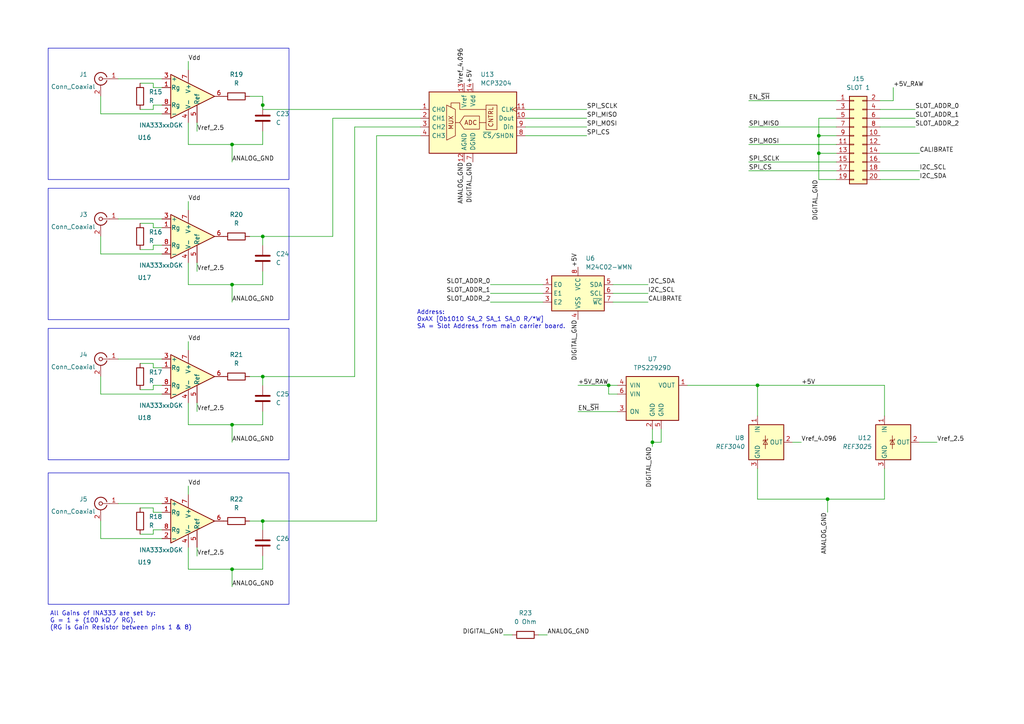
<source format=kicad_sch>
(kicad_sch (version 20231120) (generator "eeschema") (generator_version "8.0")
  (paper "A4")
  (lib_symbols
    (symbol "Amplifier_Instrumentation:INA333xxDGK" (pin_names (offset 0.127))
      (property "Reference" "U" (at 3.81 3.175 0))
      (property "Value" "INA333xxDGK" (at 3.81 -3.175 0))
      (symbol "INA333xxDGK_0_1"
        (polyline (pts (xy 7.62 0) (xy -5.08 6.35) (xy -5.08 -6.35) (xy 7.62 0)) (stroke (width 0.254)) (fill (type background)))
      )
      (symbol "INA333xxDGK_1_1"
        (pin passive line (at -7.62 2.54 0) (length 2.54) (name "Rg") (number "1"))
        (pin input line (at -7.62 -5.08 0) (length 2.54) (name "-") (number "2"))
        (pin input line (at -7.62 5.08 0) (length 2.54) (name "+") (number "3"))
        (pin power_in line (at 0 -7.62 90) (length 3.81) (name "V-") (number "4"))
        (pin input line (at 2.54 -7.62 90) (length 5.08) (name "Ref") (number "5"))
        (pin output line (at 10.16 0 180) (length 2.54) (name "~") (number "6"))
        (pin power_in line (at 0 7.62 270) (length 3.81) (name "V+") (number "7"))
        (pin passive line (at -7.62 -2.54 0) (length 2.54) (name "Rg") (number "8"))
      )
    )
    (symbol "Analog_ADC:MCP3204" (pin_names (offset 0.762))
      (property "Reference" "U" (at -5.08 10.795 0))
      (property "Value" "MCP3204" (at -5.08 8.89 0))
      (symbol "MCP3204_0_0"
        (text "ADC" (at -0.635 -1.27 0) (effects (font (size 1.27 1.27))))
        (text "CNTRL" (at 5.969 -2.667 900) (effects (font (size 1.27 1.27)) (justify left bottom)))
        (text "MUX" (at -6.35 -1.27 900) (effects (font (size 1.27 1.27))))
      )
      (symbol "MCP3204_0_1"
        (polyline (pts (xy -5.08 -1.27) (xy -3.81 -1.27)))
        (polyline (pts (xy 1.905 -1.27) (xy 3.81 -1.27)))
        (polyline (pts (xy -7.62 3.81) (xy -7.62 -6.35) (xy -5.08 -5.08) (xy -5.08 2.54) (xy -7.62 3.81)))
        (polyline (pts (xy 3.81 2.54) (xy -3.81 2.54) (xy -3.81 4.445) (xy -6.35 4.445) (xy -6.35 3.175)))
        (polyline (pts (xy -3.81 -1.27) (xy -2.54 0.635) (xy 1.905 0.635) (xy 1.905 -3.175) (xy -2.54 -3.175) (xy -3.81 -1.27)))
        (rectangle (start 3.81 -3.302) (end 6.985 3.81))
        (rectangle (start 12.7 7.62) (end -12.7 -10.16) (stroke (width 0.254)) (fill (type background)))
      )
      (symbol "MCP3204_1_1"
        (pin input line (at -15.24 2.54 0) (length 2.54) (name "CH0") (number "1"))
        (pin output line (at 15.24 0 180) (length 2.54) (name "Dout") (number "10"))
        (pin input clock (at 15.24 2.54 180) (length 2.54) (name "CLK") (number "11"))
        (pin power_in line (at -2.54 -12.7 90) (length 2.54) (name "AGND") (number "12"))
        (pin power_in line (at -2.54 10.16 270) (length 2.54) (name "Vref") (number "13"))
        (pin power_in line (at 0 10.16 270) (length 2.54) (name "Vdd") (number "14"))
        (pin input line (at -15.24 0 0) (length 2.54) (name "CH1") (number "2"))
        (pin input line (at -15.24 -2.54 0) (length 2.54) (name "CH2") (number "3"))
        (pin input line (at -15.24 -5.08 0) (length 2.54) (name "CH3") (number "4"))
        (pin no_connect line (at -10.16 -10.16 90) (length 2.54) hide (name "NC") (number "5"))
        (pin no_connect line (at -7.62 -10.16 90) (length 2.54) hide (name "NC") (number "6"))
        (pin power_in line (at 0 -12.7 90) (length 2.54) (name "DGND") (number "7"))
        (pin input line (at 15.24 -5.08 180) (length 2.54) (name "~{CS}/SHDN") (number "8"))
        (pin input line (at 15.24 -2.54 180) (length 2.54) (name "Din") (number "9"))
      )
    )
    (symbol "Connector:Conn_Coaxial" (pin_names (offset 1.016) hide)
      (property "Reference" "J" (at 0.254 3.048 0))
      (property "Value" "Conn_Coaxial" (at 2.921 0 90))
      (symbol "Conn_Coaxial_0_1"
        (arc (start -1.778 -0.508) (mid 0.2311 -1.8066) (end 1.778 0) (stroke (width 0.254)))
        (polyline (pts (xy -2.54 0) (xy -0.508 0)))
        (polyline (pts (xy 0 -2.54) (xy 0 -1.778)))
        (circle (center 0 0) (radius 0.508) (stroke (width 0.2032)))
        (arc (start 1.778 0) (mid 0.2099 1.8101) (end -1.778 0.508) (stroke (width 0.254)))
      )
      (symbol "Conn_Coaxial_1_1"
        (pin passive line (at -5.08 0 0) (length 2.54) (name "In") (number "1"))
        (pin passive line (at 0 -5.08 90) (length 2.54) (name "Ext") (number "2"))
      )
    )
    (symbol "Connector_Generic:Conn_02x10_Odd_Even" (pin_names (offset 1.016) hide)
      (property "Reference" "J" (at 1.27 12.7 0))
      (property "Value" "Conn_02x10_Odd_Even" (at 1.27 -15.24 0))
      (symbol "Conn_02x10_Odd_Even_1_1"
        (rectangle (start -1.27 -12.573) (end 0 -12.827) (stroke (width 0.1524)))
        (rectangle (start -1.27 -10.033) (end 0 -10.287) (stroke (width 0.1524)))
        (rectangle (start -1.27 -7.493) (end 0 -7.747) (stroke (width 0.1524)))
        (rectangle (start -1.27 -4.953) (end 0 -5.207) (stroke (width 0.1524)))
        (rectangle (start -1.27 -2.413) (end 0 -2.667) (stroke (width 0.1524)))
        (rectangle (start -1.27 0.127) (end 0 -0.127) (stroke (width 0.1524)))
        (rectangle (start -1.27 2.667) (end 0 2.413) (stroke (width 0.1524)))
        (rectangle (start -1.27 5.207) (end 0 4.953) (stroke (width 0.1524)))
        (rectangle (start -1.27 7.747) (end 0 7.493) (stroke (width 0.1524)))
        (rectangle (start -1.27 10.287) (end 0 10.033) (stroke (width 0.1524)))
        (rectangle (start -1.27 11.43) (end 3.81 -13.97) (stroke (width 0.254)) (fill (type background)))
        (rectangle (start 3.81 -12.573) (end 2.54 -12.827) (stroke (width 0.1524)))
        (rectangle (start 3.81 -10.033) (end 2.54 -10.287) (stroke (width 0.1524)))
        (rectangle (start 3.81 -7.493) (end 2.54 -7.747) (stroke (width 0.1524)))
        (rectangle (start 3.81 -4.953) (end 2.54 -5.207) (stroke (width 0.1524)))
        (rectangle (start 3.81 -2.413) (end 2.54 -2.667) (stroke (width 0.1524)))
        (rectangle (start 3.81 0.127) (end 2.54 -0.127) (stroke (width 0.1524)))
        (rectangle (start 3.81 2.667) (end 2.54 2.413) (stroke (width 0.1524)))
        (rectangle (start 3.81 5.207) (end 2.54 4.953) (stroke (width 0.1524)))
        (rectangle (start 3.81 7.747) (end 2.54 7.493) (stroke (width 0.1524)))
        (rectangle (start 3.81 10.287) (end 2.54 10.033) (stroke (width 0.1524)))
        (pin passive line (at -5.08 10.16 0) (length 3.81) (name "Pin_1") (number "1"))
        (pin passive line (at 7.62 0 180) (length 3.81) (name "Pin_10") (number "10"))
        (pin passive line (at -5.08 -2.54 0) (length 3.81) (name "Pin_11") (number "11"))
        (pin passive line (at 7.62 -2.54 180) (length 3.81) (name "Pin_12") (number "12"))
        (pin passive line (at -5.08 -5.08 0) (length 3.81) (name "Pin_13") (number "13"))
        (pin passive line (at 7.62 -5.08 180) (length 3.81) (name "Pin_14") (number "14"))
        (pin passive line (at -5.08 -7.62 0) (length 3.81) (name "Pin_15") (number "15"))
        (pin passive line (at 7.62 -7.62 180) (length 3.81) (name "Pin_16") (number "16"))
        (pin passive line (at -5.08 -10.16 0) (length 3.81) (name "Pin_17") (number "17"))
        (pin passive line (at 7.62 -10.16 180) (length 3.81) (name "Pin_18") (number "18"))
        (pin passive line (at -5.08 -12.7 0) (length 3.81) (name "Pin_19") (number "19"))
        (pin passive line (at 7.62 10.16 180) (length 3.81) (name "Pin_2") (number "2"))
        (pin passive line (at 7.62 -12.7 180) (length 3.81) (name "Pin_20") (number "20"))
        (pin passive line (at -5.08 7.62 0) (length 3.81) (name "Pin_3") (number "3"))
        (pin passive line (at 7.62 7.62 180) (length 3.81) (name "Pin_4") (number "4"))
        (pin passive line (at -5.08 5.08 0) (length 3.81) (name "Pin_5") (number "5"))
        (pin passive line (at 7.62 5.08 180) (length 3.81) (name "Pin_6") (number "6"))
        (pin passive line (at -5.08 2.54 0) (length 3.81) (name "Pin_7") (number "7"))
        (pin passive line (at 7.62 2.54 180) (length 3.81) (name "Pin_8") (number "8"))
        (pin passive line (at -5.08 0 0) (length 3.81) (name "Pin_9") (number "9"))
      )
    )
    (symbol "Device:C" (pin_numbers hide) (pin_names (offset 0.254))
      (property "Reference" "C" (at 0.635 2.54 0))
      (property "Value" "C" (at 0.635 -2.54 0))
      (symbol "C_0_1"
        (polyline (pts (xy -2.032 -0.762) (xy 2.032 -0.762)) (stroke (width 0.508)))
        (polyline (pts (xy -2.032 0.762) (xy 2.032 0.762)) (stroke (width 0.508)))
      )
      (symbol "C_1_1"
        (pin passive line (at 0 3.81 270) (length 2.794) (name "~") (number "1"))
        (pin passive line (at 0 -3.81 90) (length 2.794) (name "~") (number "2"))
      )
    )
    (symbol "Device:R" (pin_numbers hide) (pin_names (offset 0))
      (property "Reference" "R" (at 2.032 0 90))
      (property "Value" "R" (at 0 0 90))
      (symbol "R_0_1"
        (rectangle (start -1.016 -2.54) (end 1.016 2.54) (stroke (width 0.254)))
      )
      (symbol "R_1_1"
        (pin passive line (at 0 3.81 270) (length 1.27) (name "~") (number "1"))
        (pin passive line (at 0 -3.81 90) (length 1.27) (name "~") (number "2"))
      )
    )
    (symbol "Memory_EEPROM:M24C02-WMN"
      (property "Reference" "U" (at -6.35 6.35 0))
      (property "Value" "M24C02-WMN" (at 7.62 6.35 0))
      (symbol "M24C02-WMN_0_1"
        (rectangle (start -7.62 5.08) (end 7.62 -5.08) (stroke (width 0.254)) (fill (type background)))
      )
      (symbol "M24C02-WMN_1_1"
        (pin input line (at -10.16 2.54 0) (length 2.54) (name "E0") (number "1"))
        (pin input line (at -10.16 0 0) (length 2.54) (name "E1") (number "2"))
        (pin input line (at -10.16 -2.54 0) (length 2.54) (name "E2") (number "3"))
        (pin power_in line (at 0 -7.62 90) (length 2.54) (name "VSS") (number "4"))
        (pin bidirectional line (at 10.16 2.54 180) (length 2.54) (name "SDA") (number "5"))
        (pin input line (at 10.16 0 180) (length 2.54) (name "SCL") (number "6"))
        (pin input line (at 10.16 -2.54 180) (length 2.54) (name "~{WC}") (number "7"))
        (pin power_in line (at 0 7.62 270) (length 2.54) (name "VCC") (number "8"))
      )
    )
    (symbol "Power_Management:TPS22929D" (pin_names (offset 1.016))
      (property "Reference" "U" (at -7.62 8.89 0))
      (property "Value" "TPS22929D" (at 7.62 8.89 0))
      (symbol "TPS22929D_0_1"
        (rectangle (start -7.62 7.62) (end 7.62 -5.08) (stroke (width 0.254)) (fill (type background)))
      )
      (symbol "TPS22929D_1_1"
        (pin power_out line (at 10.16 5.08 180) (length 2.54) (name "VOUT") (number "1"))
        (pin power_in line (at 0 -7.62 90) (length 2.54) (name "GND") (number "2"))
        (pin input line (at -10.16 -2.54 0) (length 2.54) (name "ON") (number "3"))
        (pin power_in line (at -10.16 5.08 0) (length 2.54) (name "VIN") (number "4"))
        (pin power_in line (at 2.54 -7.62 90) (length 2.54) (name "GND") (number "5"))
        (pin power_in line (at -10.16 2.54 0) (length 2.54) (name "VIN") (number "6"))
      )
    )
    (symbol "Reference_Voltage:REF3025" (pin_names (offset 0.254))
      (property "Reference" "U" (at 0 6.35 0))
      (property "Value" "REF3025" (at 2.54 -6.35 0))
      (symbol "REF3025_0_1"
        (rectangle (start -5.08 5.08) (end 5.08 -5.08) (stroke (width 0.254)) (fill (type background)))
        (polyline (pts (xy -0.254 1.905) (xy -0.254 -1.905)))
        (polyline (pts (xy -0.889 -0.635) (xy 0.381 -0.635) (xy -0.254 0.635) (xy -0.889 -0.635)))
        (polyline (pts (xy 0.381 1.016) (xy 0.381 0.635) (xy -0.889 0.635) (xy -0.889 0.254)))
      )
      (symbol "REF3025_1_1"
        (pin power_in line (at -2.54 7.62 270) (length 2.54) (name "IN") (number "1"))
        (pin power_out line (at 7.62 0 180) (length 2.54) (name "OUT") (number "2"))
        (pin power_in line (at -2.54 -7.62 90) (length 2.54) (name "GND") (number "3"))
      )
    )
    (symbol "Reference_Voltage:REF3040" (pin_names (offset 0.254))
      (property "Reference" "U" (at 0 6.35 0))
      (property "Value" "REF3040" (at 2.54 -6.35 0))
      (symbol "REF3040_0_1"
        (rectangle (start -5.08 5.08) (end 5.08 -5.08) (stroke (width 0.254)) (fill (type background)))
        (polyline (pts (xy -0.254 1.905) (xy -0.254 -1.905)))
        (polyline (pts (xy -0.889 -0.635) (xy 0.381 -0.635) (xy -0.254 0.635) (xy -0.889 -0.635)))
        (polyline (pts (xy 0.381 1.016) (xy 0.381 0.635) (xy -0.889 0.635) (xy -0.889 0.254)))
      )
      (symbol "REF3040_1_1"
        (pin power_in line (at -2.54 7.62 270) (length 2.54) (name "IN") (number "1"))
        (pin power_out line (at 7.62 0 180) (length 2.54) (name "OUT") (number "2"))
        (pin power_in line (at -2.54 -7.62 90) (length 2.54) (name "GND") (number "3"))
      )
    )
  )
  (junction (at 76.2 109.22))
  (junction (at 67.31 165.1))
  (junction (at 76.2 30.48))
  (junction (at 237.49 44.45))
  (junction (at 240.03 144.78))
  (junction (at 67.31 41.91))
  (junction (at 219.71 111.76))
  (junction (at 76.2 151.13))
  (junction (at 67.31 82.55))
  (junction (at 237.49 39.37))
  (junction (at 76.2 68.58))
  (junction (at 176.53 111.76))
  (junction (at 189.23 128.27))
  (junction (at 67.31 123.19))
  (wire (pts (xy 46.99 25.4) (xy 44.45 25.4)))
  (wire (pts (xy 76.2 68.58) (xy 72.39 68.58)))
  (wire (pts (xy 237.49 34.29) (xy 237.49 39.37)))
  (wire (pts (xy 152.4 34.29) (xy 170.18 34.29)))
  (wire (pts (xy 266.7 44.45) (xy 255.27 44.45)))
  (wire (pts (xy 67.31 41.91) (xy 67.31 46.99)))
  (wire (pts (xy 44.45 72.39) (xy 44.45 71.12)))
  (wire (pts (xy 229.87 128.27) (xy 232.41 128.27)))
  (wire (pts (xy 256.54 144.78) (xy 256.54 135.89)))
  (wire (pts (xy 76.2 151.13) (xy 76.2 153.67)))
  (wire (pts (xy 109.22 39.37) (xy 109.22 151.13)))
  (wire (pts (xy 121.92 36.83) (xy 102.87 36.83)))
  (wire (pts (xy 255.27 29.21) (xy 259.08 29.21)))
  (wire (pts (xy 67.31 123.19) (xy 54.61 123.19)))
  (wire (pts (xy 44.45 111.76) (xy 46.99 111.76)))
  (wire (pts (xy 179.07 119.38) (xy 167.64 119.38)))
  (wire (pts (xy 240.03 144.78) (xy 256.54 144.78)))
  (wire (pts (xy 242.57 44.45) (xy 237.49 44.45)))
  (wire (pts (xy 40.64 154.94) (xy 44.45 154.94)))
  (wire (pts (xy 76.2 68.58) (xy 96.52 68.58)))
  (wire (pts (xy 34.29 22.86) (xy 46.99 22.86)))
  (wire (pts (xy 76.2 109.22) (xy 102.87 109.22)))
  (wire (pts (xy 255.27 36.83) (xy 265.43 36.83)))
  (wire (pts (xy 199.39 111.76) (xy 219.71 111.76)))
  (wire (pts (xy 54.61 41.91) (xy 54.61 35.56)))
  (wire (pts (xy 40.64 72.39) (xy 44.45 72.39)))
  (wire (pts (xy 189.23 129.54) (xy 189.23 128.27)))
  (wire (pts (xy 191.77 124.46) (xy 191.77 128.27)))
  (wire (pts (xy 29.21 73.66) (xy 29.21 68.58)))
  (wire (pts (xy 76.2 31.75) (xy 76.2 30.48)))
  (wire (pts (xy 40.64 113.03) (xy 44.45 113.03)))
  (wire (pts (xy 54.61 165.1) (xy 54.61 158.75)))
  (wire (pts (xy 177.8 85.09) (xy 187.96 85.09)))
  (wire (pts (xy 121.92 39.37) (xy 109.22 39.37)))
  (wire (pts (xy 54.61 82.55) (xy 54.61 76.2)))
  (wire (pts (xy 76.2 109.22) (xy 76.2 111.76)))
  (wire (pts (xy 57.15 76.2) (xy 57.15 78.74)))
  (wire (pts (xy 76.2 161.29) (xy 76.2 165.1)))
  (wire (pts (xy 191.77 128.27) (xy 189.23 128.27)))
  (wire (pts (xy 219.71 144.78) (xy 240.03 144.78)))
  (wire (pts (xy 76.2 27.94) (xy 76.2 30.48)))
  (wire (pts (xy 176.53 114.3) (xy 176.53 111.76)))
  (wire (pts (xy 242.57 36.83) (xy 217.17 36.83)))
  (wire (pts (xy 266.7 49.53) (xy 255.27 49.53)))
  (wire (pts (xy 67.31 82.55) (xy 67.31 87.63)))
  (wire (pts (xy 57.15 35.56) (xy 57.15 38.1)))
  (wire (pts (xy 44.45 24.13) (xy 40.64 24.13)))
  (wire (pts (xy 57.15 116.84) (xy 57.15 119.38)))
  (wire (pts (xy 152.4 31.75) (xy 170.18 31.75)))
  (wire (pts (xy 242.57 52.07) (xy 237.49 52.07)))
  (wire (pts (xy 44.45 106.68) (xy 44.45 105.41)))
  (wire (pts (xy 67.31 82.55) (xy 54.61 82.55)))
  (wire (pts (xy 142.24 82.55) (xy 157.48 82.55)))
  (wire (pts (xy 34.29 104.14) (xy 46.99 104.14)))
  (wire (pts (xy 217.17 29.21) (xy 242.57 29.21)))
  (wire (pts (xy 255.27 52.07) (xy 266.7 52.07)))
  (wire (pts (xy 44.45 147.32) (xy 40.64 147.32)))
  (wire (pts (xy 142.24 85.09) (xy 157.48 85.09)))
  (wire (pts (xy 46.99 73.66) (xy 29.21 73.66)))
  (wire (pts (xy 46.99 66.04) (xy 44.45 66.04)))
  (wire (pts (xy 29.21 114.3) (xy 29.21 109.22)))
  (wire (pts (xy 44.45 25.4) (xy 44.45 24.13)))
  (wire (pts (xy 67.31 165.1) (xy 76.2 165.1)))
  (wire (pts (xy 96.52 34.29) (xy 96.52 68.58)))
  (wire (pts (xy 152.4 39.37) (xy 170.18 39.37)))
  (wire (pts (xy 54.61 17.78) (xy 54.61 20.32)))
  (wire (pts (xy 76.2 78.74) (xy 76.2 82.55)))
  (wire (pts (xy 46.99 156.21) (xy 29.21 156.21)))
  (wire (pts (xy 44.45 31.75) (xy 44.45 30.48)))
  (wire (pts (xy 67.31 165.1) (xy 54.61 165.1)))
  (wire (pts (xy 255.27 34.29) (xy 265.43 34.29)))
  (wire (pts (xy 179.07 114.3) (xy 176.53 114.3)))
  (wire (pts (xy 146.05 184.15) (xy 148.59 184.15)))
  (wire (pts (xy 259.08 25.4) (xy 259.08 29.21)))
  (wire (pts (xy 54.61 58.42) (xy 54.61 60.96)))
  (wire (pts (xy 76.2 109.22) (xy 72.39 109.22)))
  (wire (pts (xy 237.49 39.37) (xy 242.57 39.37)))
  (wire (pts (xy 67.31 41.91) (xy 76.2 41.91)))
  (wire (pts (xy 67.31 123.19) (xy 76.2 123.19)))
  (wire (pts (xy 76.2 151.13) (xy 72.39 151.13)))
  (wire (pts (xy 256.54 120.65) (xy 256.54 111.76)))
  (wire (pts (xy 142.24 87.63) (xy 157.48 87.63)))
  (wire (pts (xy 46.99 114.3) (xy 29.21 114.3)))
  (wire (pts (xy 67.31 165.1) (xy 67.31 170.18)))
  (wire (pts (xy 177.8 87.63) (xy 187.96 87.63)))
  (wire (pts (xy 29.21 156.21) (xy 29.21 151.13)))
  (wire (pts (xy 34.29 146.05) (xy 46.99 146.05)))
  (wire (pts (xy 54.61 99.06) (xy 54.61 101.6)))
  (wire (pts (xy 67.31 123.19) (xy 67.31 128.27)))
  (wire (pts (xy 217.17 49.53) (xy 242.57 49.53)))
  (wire (pts (xy 67.31 82.55) (xy 76.2 82.55)))
  (wire (pts (xy 240.03 144.78) (xy 240.03 148.59)))
  (wire (pts (xy 76.2 68.58) (xy 76.2 71.12)))
  (wire (pts (xy 266.7 128.27) (xy 271.78 128.27)))
  (wire (pts (xy 44.45 113.03) (xy 44.45 111.76)))
  (wire (pts (xy 189.23 124.46) (xy 189.23 128.27)))
  (wire (pts (xy 44.45 64.77) (xy 40.64 64.77)))
  (wire (pts (xy 46.99 33.02) (xy 29.21 33.02)))
  (wire (pts (xy 219.71 111.76) (xy 219.71 120.65)))
  (wire (pts (xy 44.45 105.41) (xy 40.64 105.41)))
  (wire (pts (xy 44.45 148.59) (xy 44.45 147.32)))
  (wire (pts (xy 255.27 31.75) (xy 265.43 31.75)))
  (wire (pts (xy 46.99 106.68) (xy 44.45 106.68)))
  (wire (pts (xy 152.4 36.83) (xy 170.18 36.83)))
  (wire (pts (xy 237.49 44.45) (xy 237.49 52.07)))
  (wire (pts (xy 176.53 111.76) (xy 179.07 111.76)))
  (wire (pts (xy 76.2 27.94) (xy 72.39 27.94)))
  (wire (pts (xy 102.87 36.83) (xy 102.87 109.22)))
  (wire (pts (xy 44.45 66.04) (xy 44.45 64.77)))
  (wire (pts (xy 219.71 135.89) (xy 219.71 144.78)))
  (wire (pts (xy 177.8 82.55) (xy 187.96 82.55)))
  (wire (pts (xy 44.45 71.12) (xy 46.99 71.12)))
  (wire (pts (xy 156.21 184.15) (xy 158.75 184.15)))
  (wire (pts (xy 76.2 31.75) (xy 121.92 31.75)))
  (wire (pts (xy 34.29 63.5) (xy 46.99 63.5)))
  (wire (pts (xy 256.54 111.76) (xy 219.71 111.76)))
  (wire (pts (xy 242.57 34.29) (xy 237.49 34.29)))
  (wire (pts (xy 29.21 33.02) (xy 29.21 27.94)))
  (wire (pts (xy 76.2 151.13) (xy 109.22 151.13)))
  (wire (pts (xy 242.57 46.99) (xy 217.17 46.99)))
  (wire (pts (xy 44.45 154.94) (xy 44.45 153.67)))
  (wire (pts (xy 121.92 34.29) (xy 96.52 34.29)))
  (wire (pts (xy 44.45 30.48) (xy 46.99 30.48)))
  (wire (pts (xy 46.99 148.59) (xy 44.45 148.59)))
  (wire (pts (xy 67.31 41.91) (xy 54.61 41.91)))
  (wire (pts (xy 54.61 123.19) (xy 54.61 116.84)))
  (wire (pts (xy 44.45 153.67) (xy 46.99 153.67)))
  (wire (pts (xy 237.49 39.37) (xy 237.49 44.45)))
  (wire (pts (xy 40.64 31.75) (xy 44.45 31.75)))
  (wire (pts (xy 76.2 38.1) (xy 76.2 41.91)))
  (wire (pts (xy 57.15 158.75) (xy 57.15 161.29)))
  (wire (pts (xy 54.61 140.97) (xy 54.61 143.51)))
  (wire (pts (xy 167.64 111.76) (xy 176.53 111.76)))
  (wire (pts (xy 242.57 41.91) (xy 217.17 41.91)))
  (wire (pts (xy 76.2 119.38) (xy 76.2 123.19)))
  (rectangle (start 13.97 54.61) (end 83.82 92.71))
  (rectangle (start 13.97 13.97) (end 83.82 52.07))
  (rectangle (start 13.97 137.16) (end 83.82 175.26))
  (rectangle (start 13.97 95.25) (end 83.82 133.35))
  (text "All Gains of INA333 are set by:\nG = 1 + (100 kΩ / RG).\n(RG is Gain Resistor between pins 1 & 8)" (at 14.478 180.086 0) (effects (font (size 1.27 1.27)) (justify left)))
  (text "Address:\n0xAX [0b1010 SA_2 SA_1 SA_0 R/*W]\nSA = Slot Address from main carrier board." (at 120.904 92.71 0) (effects (font (size 1.27 1.27)) (justify left)))
  (label "ANALOG_GND" (at 240.03 148.59 270))
  (label "EN_~{SH}" (at 167.64 119.38 0))
  (label "Vdd" (at 54.61 17.78 0))
  (label "SPI_MISO" (at 170.18 34.29 0))
  (label "SPI_MISO" (at 217.17 36.83 0))
  (label "+5V_RAW" (at 259.08 25.4 0))
  (label "I2C_SCL" (at 187.96 85.09 0))
  (label "Vref_2.5" (at 57.15 78.74 0))
  (label "Vref_2.5" (at 271.78 128.27 0))
  (label "SLOT_ADDR_0" (at 142.24 82.55 180))
  (label "ANALOG_GND" (at 158.75 184.15 0))
  (label "EN_~{SH}" (at 217.17 29.21 0))
  (label "CALIBRATE" (at 266.7 44.45 0))
  (label "SPI_CS" (at 170.18 39.37 0))
  (label "+5V" (at 167.64 77.47 90))
  (label "DIGITAL_GND" (at 189.23 129.54 270))
  (label "SLOT_ADDR_2" (at 142.24 87.63 180))
  (label "ANALOG_GND" (at 67.31 170.18 0))
  (label "+5V" (at 137.16 24.13 90))
  (label "SPI_MOSI" (at 217.17 41.91 0))
  (label "CALIBRATE" (at 187.96 87.63 0))
  (label "Vref_4.096" (at 232.41 128.27 0))
  (label "Vref_2.5" (at 57.15 38.1 0))
  (label "DIGITAL_GND" (at 137.16 46.99 270))
  (label "DIGITAL_GND" (at 167.64 92.71 270))
  (label "SLOT_ADDR_1" (at 142.24 85.09 180))
  (label "SPI_SCLK" (at 217.17 46.99 0))
  (label "ANALOG_GND" (at 67.31 46.99 0))
  (label "SPI_MOSI" (at 170.18 36.83 0))
  (label "ANALOG_GND" (at 67.31 128.27 0))
  (label "Vdd" (at 54.61 99.06 0))
  (label "Vdd" (at 54.61 58.42 0))
  (label "ANALOG_GND" (at 134.62 46.99 270))
  (label "DIGITAL_GND" (at 146.05 184.15 180))
  (label "Vref_2.5" (at 57.15 161.29 0))
  (label "I2C_SCL" (at 266.7 49.53 0))
  (label "SLOT_ADDR_2" (at 265.43 36.83 0))
  (label "Vdd" (at 54.61 140.97 0))
  (label "+5V" (at 232.41 111.76 0))
  (label "I2C_SDA" (at 187.96 82.55 0))
  (label "SPI_CS" (at 217.17 49.53 0))
  (label "SLOT_ADDR_1" (at 265.43 34.29 0))
  (label "Vref_2.5" (at 57.15 119.38 0))
  (label "Vref_4.096" (at 134.62 24.13 90))
  (label "ANALOG_GND" (at 67.31 87.63 0))
  (label "SPI_SCLK" (at 170.18 31.75 0))
  (label "DIGITAL_GND" (at 237.49 52.07 270))
  (label "+5V_RAW" (at 167.64 111.76 0))
  (label "I2C_SDA" (at 266.7 52.07 0))
  (label "SLOT_ADDR_0" (at 265.43 31.75 0))
  (symbol (lib_id "Device:R") (at 40.64 68.58 180) (unit 1)
    (property "Reference" "R16" (at 43.18 67.3099 0) (effects (justify right)))
    (property "Value" "R" (at 43.18 69.8499 0) (effects (justify right)))
    (property "Description" "Resistor" (effects (hide yes)))
  )
  (symbol (lib_id "Device:C") (at 76.2 157.48 0) (unit 1)
    (property "Reference" "C26" (at 80.01 156.2099 0) (effects (justify left)))
    (property "Value" "C" (at 80.01 158.7499 0) (effects (justify left)))
    (property "Description" "Unpolarized capacitor" (effects (hide yes)))
  )
  (symbol (lib_id "Device:R") (at 68.58 27.94 90) (unit 1)
    (property "Reference" "R19" (at 68.58 21.59 90))
    (property "Value" "R" (at 68.58 24.13 90))
    (property "Description" "Resistor" (effects (hide yes)))
  )
  (symbol (lib_id "Reference_Voltage:REF3025") (at 259.08 128.27 0) (unit 1)
    (property "Reference" "U12" (at 252.73 126.9999 0) (effects (justify right)))
    (property "Value" "REF3025" (at 252.73 129.5399 0) (effects (font (italic yes)) (justify right)))
    (property "Footprint" "Package_TO_SOT_SMD:SOT-23" (effects (hide yes)))
    (property "Datasheet" "http://www.ti.com/lit/ds/symlink/ref3033.pdf" (effects (hide yes)))
    (property "Description" "2.500V 50-ppm/°C Max, 50-μA, CMOS Voltage Reference, SOT-23-3" (effects (hide yes)))
  )
  (symbol (lib_id "Device:R") (at 68.58 109.22 90) (unit 1)
    (property "Reference" "R21" (at 68.58 102.87 90))
    (property "Value" "R" (at 68.58 105.41 90))
    (property "Description" "Resistor" (effects (hide yes)))
  )
  (symbol (lib_id "Connector:Conn_Coaxial") (at 29.21 104.14 0) (mirror y) (unit 1)
    (property "Reference" "J4" (at 25.4 102.87 0) (effects (justify left)))
    (property "Value" "Conn_Coaxial" (at 27.686 106.426 0) (effects (justify left)))
    (property "Description" "coaxial connector (BNC, SMA, SMB, SMC, Cinch/RCA, LEMO, ...)" (effects (hide yes)))
  )
  (symbol (lib_id "Power_Management:TPS22929D") (at 189.23 116.84 0) (unit 1)
    (property "Reference" "U7" (at 189.23 104.14 0))
    (property "Value" "TPS22929D" (at 189.23 106.68 0))
    (property "Footprint" "Package_TO_SOT_SMD:SOT-23-6" (effects (hide yes)))
    (property "Datasheet" "http://www.ti.com/lit/ds/symlink/tps22929d.pdf" (effects (hide yes)))
    (property "Description" "High side, power distribution switch, 1.4V-5.5V, 1.8A, SOT23-6 package" (effects (hide yes)))
  )
  (symbol (lib_id "Amplifier_Instrumentation:INA333xxDGK") (at 54.61 109.22 0) (unit 1)
    (property "Reference" "U18" (at 41.91 121.158 0))
    (property "Value" "INA333xxDGK" (at 46.736 117.602 0))
    (property "Footprint" "Package_SO:VSSOP-8_3x3mm_P0.65mm" (effects (hide yes)))
    (property "Datasheet" "https://www.ti.com/lit/ds/symlink/ina333.pdf" (effects (hide yes)))
    (property "Description" "Zero Drift, Micropower Instrumentation Amplifier G = 1 + 100kOhm/Rg, VSSOP-8" (effects (hide yes)))
  )
  (symbol (lib_id "Memory_EEPROM:M24C02-WMN") (at 167.64 85.09 0) (unit 1)
    (property "Reference" "U6" (at 169.8341 74.93 0) (effects (justify left)))
    (property "Value" "M24C02-WMN" (at 169.8341 77.47 0) (effects (justify left)))
    (property "Footprint" "Package_SO:SOIC-8_3.9x4.9mm_P1.27mm" (effects (hide yes)))
    (property "Datasheet" "http://www.st.com/content/ccc/resource/technical/document/datasheet/b0/d8/50/40/5a/85/49/6f/DM00071904.pdf/files/DM00071904.pdf/jcr:content/translations/en.DM00071904.pdf" (effects (hide yes)))
    (property "Description" "2Kb (256x8) I2C Serial EEPROM, 2.5-5.5V, SOIC-8" (effects (hide yes)))
  )
  (symbol (lib_id "Amplifier_Instrumentation:INA333xxDGK") (at 54.61 151.13 0) (unit 1)
    (property "Reference" "U19" (at 41.91 163.068 0))
    (property "Value" "INA333xxDGK" (at 46.736 159.512 0))
    (property "Footprint" "Package_SO:VSSOP-8_3x3mm_P0.65mm" (effects (hide yes)))
    (property "Datasheet" "https://www.ti.com/lit/ds/symlink/ina333.pdf" (effects (hide yes)))
    (property "Description" "Zero Drift, Micropower Instrumentation Amplifier G = 1 + 100kOhm/Rg, VSSOP-8" (effects (hide yes)))
  )
  (symbol (lib_id "Device:R") (at 68.58 151.13 90) (unit 1)
    (property "Reference" "R22" (at 68.58 144.78 90))
    (property "Value" "R" (at 68.58 147.32 90))
    (property "Description" "Resistor" (effects (hide yes)))
  )
  (symbol (lib_id "Connector:Conn_Coaxial") (at 29.21 22.86 0) (mirror y) (unit 1)
    (property "Reference" "J1" (at 25.4 21.59 0) (effects (justify left)))
    (property "Value" "Conn_Coaxial" (at 27.686 25.146 0) (effects (justify left)))
    (property "Description" "coaxial connector (BNC, SMA, SMB, SMC, Cinch/RCA, LEMO, ...)" (effects (hide yes)))
  )
  (symbol (lib_id "Device:C") (at 76.2 34.29 0) (unit 1)
    (property "Reference" "C23" (at 80.01 33.0199 0) (effects (justify left)))
    (property "Value" "C" (at 80.01 35.5599 0) (effects (justify left)))
    (property "Description" "Unpolarized capacitor" (effects (hide yes)))
  )
  (symbol (lib_id "Device:R") (at 152.4 184.15 90) (unit 1)
    (property "Reference" "R23" (at 152.4 177.8 90))
    (property "Value" "0 Ohm" (at 152.4 180.34 90))
    (property "Description" "Resistor" (effects (hide yes)))
  )
  (symbol (lib_id "Device:R") (at 40.64 27.94 180) (unit 1)
    (property "Reference" "R15" (at 43.18 26.6699 0) (effects (justify right)))
    (property "Value" "R" (at 43.18 29.2099 0) (effects (justify right)))
    (property "Description" "Resistor" (effects (hide yes)))
  )
  (symbol (lib_id "Connector_Generic:Conn_02x10_Odd_Even") (at 247.65 39.37 0) (unit 1)
    (property "Reference" "J15" (at 248.92 22.86 0))
    (property "Value" "SLOT 1" (at 248.92 25.4 0))
    (property "Description" "Generic connector, double row, 02x10, odd/even pin numbering scheme (row 1 odd numbers, row 2 even numbers), script generated (kicad-library-utils/schlib/autogen/connector/)" (effects (hide yes)))
  )
  (symbol (lib_id "Reference_Voltage:REF3040") (at 222.25 128.27 0) (unit 1)
    (property "Reference" "U8" (at 215.9 126.9999 0) (effects (justify right)))
    (property "Value" "REF3040" (at 215.9 129.5399 0) (effects (font (italic yes)) (justify right)))
    (property "Footprint" "Package_TO_SOT_SMD:SOT-23" (effects (hide yes)))
    (property "Datasheet" "http://www.ti.com/lit/ds/symlink/ref3033.pdf" (effects (hide yes)))
    (property "Description" "4.096V 50-ppm/°C Max, 50-μA, CMOS Voltage Reference, SOT-23-3" (effects (hide yes)))
  )
  (symbol (lib_id "Device:C") (at 76.2 74.93 0) (unit 1)
    (property "Reference" "C24" (at 80.01 73.6599 0) (effects (justify left)))
    (property "Value" "C" (at 80.01 76.1999 0) (effects (justify left)))
    (property "Description" "Unpolarized capacitor" (effects (hide yes)))
  )
  (symbol (lib_id "Device:R") (at 40.64 109.22 180) (unit 1)
    (property "Reference" "R17" (at 43.18 107.9499 0) (effects (justify right)))
    (property "Value" "R" (at 43.18 110.4899 0) (effects (justify right)))
    (property "Description" "Resistor" (effects (hide yes)))
  )
  (symbol (lib_id "Analog_ADC:MCP3204") (at 137.16 34.29 0) (unit 1)
    (property "Reference" "U13" (at 139.3541 21.59 0) (effects (justify left)))
    (property "Value" "MCP3204" (at 139.3541 24.13 0) (effects (justify left)))
    (property "Datasheet" "http://ww1.microchip.com/downloads/en/DeviceDoc/21298c.pdf" (effects (hide yes)))
    (property "Description" "A/D Converter, 12-Bit, 4-Channel, SPI Interface, 2.7V-5.5V" (effects (hide yes)))
  )
  (symbol (lib_id "Amplifier_Instrumentation:INA333xxDGK") (at 54.61 27.94 0) (unit 1)
    (property "Reference" "U16" (at 41.91 39.878 0))
    (property "Value" "INA333xxDGK" (at 46.736 36.322 0))
    (property "Footprint" "Package_SO:VSSOP-8_3x3mm_P0.65mm" (effects (hide yes)))
    (property "Datasheet" "https://www.ti.com/lit/ds/symlink/ina333.pdf" (effects (hide yes)))
    (property "Description" "Zero Drift, Micropower Instrumentation Amplifier G = 1 + 100kOhm/Rg, VSSOP-8" (effects (hide yes)))
  )
  (symbol (lib_id "Connector:Conn_Coaxial") (at 29.21 63.5 0) (mirror y) (unit 1)
    (property "Reference" "J3" (at 25.4 62.23 0) (effects (justify left)))
    (property "Value" "Conn_Coaxial" (at 27.686 65.786 0) (effects (justify left)))
    (property "Description" "coaxial connector (BNC, SMA, SMB, SMC, Cinch/RCA, LEMO, ...)" (effects (hide yes)))
  )
  (symbol (lib_id "Device:R") (at 68.58 68.58 90) (unit 1)
    (property "Reference" "R20" (at 68.58 62.23 90))
    (property "Value" "R" (at 68.58 64.77 90))
    (property "Description" "Resistor" (effects (hide yes)))
  )
  (symbol (lib_id "Device:R") (at 40.64 151.13 180) (unit 1)
    (property "Reference" "R18" (at 43.18 149.8599 0) (effects (justify right)))
    (property "Value" "R" (at 43.18 152.3999 0) (effects (justify right)))
    (property "Description" "Resistor" (effects (hide yes)))
  )
  (symbol (lib_id "Connector:Conn_Coaxial") (at 29.21 146.05 0) (mirror y) (unit 1)
    (property "Reference" "J5" (at 25.4 144.78 0) (effects (justify left)))
    (property "Value" "Conn_Coaxial" (at 27.686 148.336 0) (effects (justify left)))
    (property "Description" "coaxial connector (BNC, SMA, SMB, SMC, Cinch/RCA, LEMO, ...)" (effects (hide yes)))
  )
  (symbol (lib_id "Amplifier_Instrumentation:INA333xxDGK") (at 54.61 68.58 0) (unit 1)
    (property "Reference" "U17" (at 41.91 80.518 0))
    (property "Value" "INA333xxDGK" (at 46.736 76.962 0))
    (property "Footprint" "Package_SO:VSSOP-8_3x3mm_P0.65mm" (effects (hide yes)))
    (property "Datasheet" "https://www.ti.com/lit/ds/symlink/ina333.pdf" (effects (hide yes)))
    (property "Description" "Zero Drift, Micropower Instrumentation Amplifier G = 1 + 100kOhm/Rg, VSSOP-8" (effects (hide yes)))
  )
  (symbol (lib_id "Device:C") (at 76.2 115.57 0) (unit 1)
    (property "Reference" "C25" (at 80.01 114.2999 0) (effects (justify left)))
    (property "Value" "C" (at 80.01 116.8399 0) (effects (justify left)))
    (property "Description" "Unpolarized capacitor" (effects (hide yes)))
  )
)
</source>
